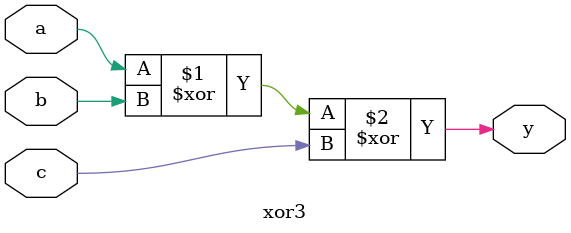
<source format=v>
/*
   Verilog modules for standard cells.

   The modules have the keep_hierarchy attribute to prevent synthesis
   from modifying the structure of the logic built using these modules.

   Module names are consistent with the Sky130 PDK, but the modules are
   portable to other PDKs, though not necessarily matching their gates.

   Copyright 2024 Dag Arne Osvik

   Licensed under the Apache License, Version 2.0 (the "License");
   you may not use this file except in compliance with the License.
   You may obtain a copy of the License at

       http://www.apache.org/licenses/LICENSE-2.0

   Unless required by applicable law or agreed to in writing, software
   distributed under the License is distributed on an "AS IS" BASIS,
   WITHOUT WARRANTIES OR CONDITIONS OF ANY KIND, either express or implied.
   See the License for the specific language governing permissions and
   limitations under the License.
*/

(* keep_hierarchy *) module a2111o (
    input wire  a0,
    input wire  a1,
    input wire  b0,
    input wire  c0,
    input wire  d0,
    output wire y);

    assign y = (a0 & a1) | b0 | c0 | d0;
endmodule

(* keep_hierarchy *) module a2111oi (
    input wire  a0,
    input wire  a1,
    input wire  b0,
    input wire  c0,
    input wire  d0,
    output wire y);

    assign y = ~((a0 & a1) | b0 | c0 | d0);
endmodule

(* keep_hierarchy *) module a211o (
    input wire  a0,
    input wire  a1,
    input wire  b0,
    input wire  c0,
    output wire y);

    assign y = (a0 & a1) | b0 | c0;
endmodule

(* keep_hierarchy *) module a211oi (
    input wire  a0,
    input wire  a1,
    input wire  b0,
    input wire  c0,
    output wire y);

    assign y = ~((a0 & a1) | b0 | c0);
endmodule

(* keep_hierarchy *) module a21bo (
    input wire  a0,
    input wire  a1,
    input wire  b0n,
    output wire y);

    assign y = (a0 & a1) | ~b0n;
endmodule

(* keep_hierarchy *) module a21boi (
    input wire  a0,
    input wire  a1,
    input wire  b0n,
    output wire y);

    assign y = ~((a0 & a1) | ~b0n);
endmodule

(* keep_hierarchy *) module a21o (
    input wire  a0,
    input wire  a1,
    input wire  b0,
    output wire y);

    assign y = (a0 & a1) | b0;
endmodule

(* keep_hierarchy *) module a21oi (
    input wire  a0,
    input wire  a1,
    input wire  b0,
    output wire y);

    assign y = ~((a0 & a1) | b0);
endmodule

(* keep_hierarchy *) module a221o (
    input wire  a0,
    input wire  a1,
    input wire  b0,
    input wire  b1,
    input wire  c0,
    output wire y);

    assign y = (a0 & a1) | (b0 & b1) | c0;
endmodule

(* keep_hierarchy *) module a221oi (
    input wire  a0,
    input wire  a1,
    input wire  b0,
    input wire  b1,
    input wire  c0,
    output wire y);

    assign y = ~((a0 & a1) | (b0 & b1) | c0);
endmodule

(* keep_hierarchy *) module a222oi (
    input wire  a0,
    input wire  a1,
    input wire  b0,
    input wire  b1,
    input wire  c0,
    input wire  c1,
    output wire y);

    assign y = ~((a0 & a1) | (b0 & b1) | (c0 & c1));
endmodule

(* keep_hierarchy *) module a22o (
    input wire  a0,
    input wire  a1,
    input wire  b0,
    input wire  b1,
    output wire y);

    assign y = (a0 & a1) | (b0 & b1);
endmodule

(* keep_hierarchy *) module a22oi (
    input wire  a0,
    input wire  a1,
    input wire  b0,
    input wire  b1,
    output wire y);

    assign y = ~((a0 & a1) | (b0 & b1));
endmodule

(* keep_hierarchy *) module a2bb2o (
    input wire  a0n,
    input wire  a1n,
    input wire  b0,
    input wire  b1,
    output wire y);

    assign y = (~a0n & ~a1n) | (b0 & b1);
endmodule

(* keep_hierarchy *) module a2bb2oi (
    input wire  a0n,
    input wire  a1n,
    input wire  b0,
    input wire  b1,
    output wire y);

    assign y = ~((~a0n & ~a1n) | (b0 & b1));
endmodule

(* keep_hierarchy *) module a311o (
    input wire  a0,
    input wire  a1,
    input wire  a2,
    input wire  b0,
    input wire  c0,
    output wire y);

    assign y = (a0 & a1 & a2) | b0 | c0;
endmodule

(* keep_hierarchy *) module a311oi (
    input wire  a0,
    input wire  a1,
    input wire  a2,
    input wire  b0,
    input wire  c0,
    output wire y);

    assign y = ~((a0 & a1 & a2) | b0 | c0);
endmodule

(* keep_hierarchy *) module a31o (
    input wire  a0,
    input wire  a1,
    input wire  a2,
    input wire  b0,
    output wire y);

    assign y = (a0 & a1 & a2) | b0;
endmodule

(* keep_hierarchy *) module a31oi (
    input wire  a0,
    input wire  a1,
    input wire  a2,
    input wire  b0,
    output wire y);

    assign y = ~((a0 & a1 & a2) | b0);
endmodule

(* keep_hierarchy *) module a32o (
    input wire  a0,
    input wire  a1,
    input wire  a2,
    input wire  b0,
    input wire  b1,
    output wire y);

    assign y = (a0 & a1 & a2) | (b0 & b1);
endmodule

(* keep_hierarchy *) module a32oi (
    input wire  a0,
    input wire  a1,
    input wire  a2,
    input wire  b0,
    input wire  b1,
    output wire y);

    assign y = ~((a0 & a1 & a2) | (b0 & b1));
endmodule

(* keep_hierarchy *) module a41o (
    input wire  a0,
    input wire  a1,
    input wire  a2,
    input wire  a3,
    input wire  b0,
    output wire y);

    assign y = (a0 & a1 & a2 & a3) | b0;
endmodule

(* keep_hierarchy *) module a41oi (
    input wire  a0,
    input wire  a1,
    input wire  a2,
    input wire  a3,
    input wire  b0,
    output wire y);

    assign y = ~((a0 & a1 & a2 & a3) | b0);
endmodule

(* keep_hierarchy *) module and2 (
    input wire  a,
    input wire  b,
    output wire y);

    assign y = a & b;
endmodule

(* keep_hierarchy *) module and2b (
    input wire  an,
    input wire  b,
    output wire y);

    assign y = ~an & b;
endmodule

(* keep_hierarchy *) module and3 (
    input wire  a,
    input wire  b,
    input wire  c,
    output wire y);

    assign y = a & b & c;
endmodule

(* keep_hierarchy *) module and3b (
    input wire  an,
    input wire  b,
    input wire  c,
    output wire y);

    assign y = ~an & b & c;
endmodule

(* keep_hierarchy *) module and4 (
    input wire  a,
    input wire  b,
    input wire  c,
    input wire  d,
    output wire y);

    assign y = a & b & c & d;
endmodule

(* keep_hierarchy *) module and4b (
    input wire  an,
    input wire  b,
    input wire  c,
    input wire  d,
    output wire y);

    assign y = ~an & b & c & d;
endmodule

(* keep_hierarchy *) module and4bb (
    input wire  an,
    input wire  bn,
    input wire  c,
    input wire  d,
    output wire y);

    assign y = ~an & ~bn & c & d;
endmodule

(* keep_hierarchy *) module inv (
    input wire  a,
    output wire y);

    assign y = ~a;
endmodule

(* keep_hierarchy *) module maj3 (
    input wire  a,
    input wire  b,
    input wire  c,
    output wire y);

    assign y = (a & b) | (a & c) | (b & c);
endmodule

(* keep_hierarchy *) module mux2 (
    input wire  s,
    input wire  a0,
    input wire  a1,
    output wire y);

    assign y = s ? a1 : a0;
endmodule

(* keep_hierarchy *) module mux2i (
    input wire  s,
    input wire  a0,
    input wire  a1,
    output wire y);

    assign y = ~(s ? a1 : a0);
endmodule

(* keep_hierarchy *) module nand2 (
    input wire  a,
    input wire  b,
    output wire y);

    assign y = ~(a & b);
endmodule

(* keep_hierarchy *) module nand2b (
    input wire  an,
    input wire  b,
    output wire y);

    assign y = ~(~an & b);
endmodule

(* keep_hierarchy *) module nand3 (
    input wire  a,
    input wire  b,
    input wire  c,
    output wire y);

    assign y = ~(a & b & c);
endmodule

(* keep_hierarchy *) module nand3b (
    input wire  an,
    input wire  b,
    input wire  c,
    output wire y);

    assign y = ~(~an & b & c);
endmodule

(* keep_hierarchy *) module nand4 (
    input wire  a,
    input wire  b,
    input wire  c,
    input wire  d,
    output wire y);

    assign y = ~(a & b & c & d);
endmodule

(* keep_hierarchy *) module nand4b (
    input wire  an,
    input wire  b,
    input wire  c,
    input wire  d,
    output wire y);

    assign y = ~(~an & b & c & d);
endmodule

(* keep_hierarchy *) module nand4bb (
    input wire  an,
    input wire  bn,
    input wire  c,
    input wire  d,
    output wire y);

    assign y = ~(~an & ~bn & c & d);
endmodule

(* keep_hierarchy *) module nor2 (
    input wire  a,
    input wire  b,
    output wire y);

    assign y = ~(a | b);
endmodule

(* keep_hierarchy *) module nor2b (
    input wire  an,
    input wire  b,
    output wire y);

    assign y = ~(~an | b);
endmodule

(* keep_hierarchy *) module nor3 (
    input wire  a,
    input wire  b,
    input wire  c,
    output wire y);

    assign y = ~(a | b | c);
endmodule

(* keep_hierarchy *) module nor3b (
    input wire  an,
    input wire  b,
    input wire  c,
    output wire y);

    assign y = ~(~an | b | c);
endmodule

(* keep_hierarchy *) module nor4 (
    input wire  a,
    input wire  b,
    input wire  c,
    input wire  d,
    output wire y);

    assign y = ~(a | b | c | d);
endmodule

(* keep_hierarchy *) module nor4b (
    input wire  an,
    input wire  b,
    input wire  c,
    input wire  d,
    output wire y);

    assign y = ~(~an | b | c | d);
endmodule

(* keep_hierarchy *) module nor4bb (
    input wire  an,
    input wire  bn,
    input wire  c,
    input wire  d,
    output wire y);

    assign y = ~(~an | ~bn | c | d);
endmodule

(* keep_hierarchy *) module o2111a (
    input wire  a0,
    input wire  a1,
    input wire  b0,
    input wire  c0,
    input wire  d0,
    output wire y);

    assign y = (a0 | a1) & b0 & c0 & d0;
endmodule

(* keep_hierarchy *) module o2111ai (
    input wire  a0,
    input wire  a1,
    input wire  b0,
    input wire  c0,
    input wire  d0,
    output wire y);

    assign y = ~((a0 | a1) & b0 & c0 & d0);
endmodule

(* keep_hierarchy *) module o211a (
    input wire  a0,
    input wire  a1,
    input wire  b0,
    input wire  c0,
    output wire y);

    assign y = (a0 | a1) & b0 & c0;
endmodule

(* keep_hierarchy *) module o211ai (
    input wire  a0,
    input wire  a1,
    input wire  b0,
    input wire  c0,
    output wire y);

    assign y = ~((a0 | a1) & b0 & c0);
endmodule

(* keep_hierarchy *) module o21a (
    input wire  a0,
    input wire  a1,
    input wire  b0,
    output wire y);

    assign y = (a0 | a1) & b0;
endmodule

(* keep_hierarchy *) module o21ai (
    input wire  a0,
    input wire  a1,
    input wire  b0,
    output wire y);

    assign y = ~((a0 | a1) & b0);
endmodule

(* keep_hierarchy *) module o21ba (
    input wire  a0,
    input wire  a1,
    input wire  b0n,
    output wire y);

    assign y = (a0 | a1) & ~b0n;
endmodule

(* keep_hierarchy *) module o21bai (
    input wire  a0,
    input wire  a1,
    input wire  b0n,
    output wire y);

    assign y = ~((a0 | a1) & ~b0n);
endmodule

(* keep_hierarchy *) module o221a (
    input wire  a0,
    input wire  a1,
    input wire  b0,
    input wire  b1,
    input wire  c0,
    output wire y);

    assign y = (a0 | a1) & (b0 | b1) & c0;
endmodule

(* keep_hierarchy *) module o221ai (
    input wire  a0,
    input wire  a1,
    input wire  b0,
    input wire  b1,
    input wire  c0,
    output wire y);

    assign y = ~((a0 | a1) & (b0 | b1) & c0);
endmodule

(* keep_hierarchy *) module o22a (
    input wire  a0,
    input wire  a1,
    input wire  b0,
    input wire  b1,
    output wire y);

    assign y = (a0 | a1) & (b0 | b1);
endmodule

(* keep_hierarchy *) module o22ai (
    input wire  a0,
    input wire  a1,
    input wire  b0,
    input wire  b1,
    output wire y);

    assign y = ~((a0 | a1) & (b0 | b1));
endmodule

(* keep_hierarchy *) module o2bb2a (
    input wire  a0n,
    input wire  a1n,
    input wire  b0,
    input wire  b1,
    output wire y);

    assign y = (~a0n | ~a1n) & (b0 | b1);
endmodule

(* keep_hierarchy *) module o2bb2ai (
    input wire  a0n,
    input wire  a1n,
    input wire  b0,
    input wire  b1,
    output wire y);

    assign y = ~((~a0n | ~a1n) & (b0 | b1));
endmodule

(* keep_hierarchy *) module o311a (
    input wire  a0,
    input wire  a1,
    input wire  a2,
    input wire  b0,
    input wire  c0,
    output wire y);

    assign y = (a0 | a1 | a2) & b0 & c0;
endmodule

(* keep_hierarchy *) module o311ai (
    input wire  a0,
    input wire  a1,
    input wire  a2,
    input wire  b0,
    input wire  c0,
    output wire y);

    assign y = ~((a0 | a1 | a2) & b0 & c0);
endmodule

(* keep_hierarchy *) module o31a (
    input wire  a0,
    input wire  a1,
    input wire  a2,
    input wire  b0,
    output wire y);

    assign y = (a0 | a1 | a2) & b0;
endmodule

(* keep_hierarchy *) module o31ai (
    input wire  a0,
    input wire  a1,
    input wire  a2,
    input wire  b0,
    output wire y);

    assign y = ~((a0 | a1 | a2) & b0);
endmodule

(* keep_hierarchy *) module o32a (
    input wire  a0,
    input wire  a1,
    input wire  a2,
    input wire  b0,
    input wire  b1,
    output wire y);

    assign y = (a0 | a1 | a2) & (b0 | b1);
endmodule

(* keep_hierarchy *) module o32ai (
    input wire  a0,
    input wire  a1,
    input wire  a2,
    input wire  b0,
    input wire  b1,
    output wire y);

    assign y = ~((a0 | a1 | a2) & (b0 | b1));
endmodule

(* keep_hierarchy *) module o41a (
    input wire  a0,
    input wire  a1,
    input wire  a2,
    input wire  a3,
    input wire  b0,
    output wire y);

    assign y = (a0 | a1 | a2 | a3) & b0;
endmodule

(* keep_hierarchy *) module o41ai (
    input wire  a0,
    input wire  a1,
    input wire  a2,
    input wire  a3,
    input wire  b0,
    output wire y);

    assign y = ~((a0 | a1 | a2 | a3) & b0);
endmodule

(* keep_hierarchy *) module or2 (
    input wire  a,
    input wire  b,
    output wire y);

    assign y = a | b;
endmodule

(* keep_hierarchy *) module or2b (
    input wire  an,
    input wire  b,
    output wire y);

    assign y = ~an | b;
endmodule

(* keep_hierarchy *) module or3 (
    input wire  a,
    input wire  b,
    input wire  c,
    output wire y);

    assign y = a | b | c;
endmodule

(* keep_hierarchy *) module or3b (
    input wire  an,
    input wire  b,
    input wire  c,
    output wire y);

    assign y = ~an | b | c;
endmodule

(* keep_hierarchy *) module or4 (
    input wire  a,
    input wire  b,
    input wire  c,
    input wire  d,
    output wire y);

    assign y = a | b | c | d;
endmodule

(* keep_hierarchy *) module or4b (
    input wire  an,
    input wire  b,
    input wire  c,
    input wire  d,
    output wire y);

    assign y = ~an | b | c | d;
endmodule

(* keep_hierarchy *) module or4bb (
    input wire  an,
    input wire  bn,
    input wire  c,
    input wire  d,
    output wire y);

    assign y = ~an | ~bn | c | d;
endmodule

(* keep_hierarchy *) module xnor2 (
    input wire  a,
    input wire  b,
    output wire y);

    assign y = ~(a ^ b);
endmodule

(* keep_hierarchy *) module xnor3 (
    input wire  a,
    input wire  b,
    input wire  c,
    output wire y);

    assign y = ~(a ^ b ^ c);
endmodule

(* keep_hierarchy *) module xor2 (
    input wire  a,
    input wire  b,
    output wire y);

    assign y = a ^ b;
endmodule

(* keep_hierarchy *) module xor3 (
    input wire  a,
    input wire  b,
    input wire  c,
    output wire y);

    assign y = a ^ b ^ c;
endmodule

</source>
